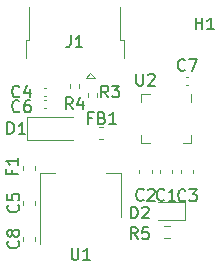
<source format=gbr>
%TF.GenerationSoftware,KiCad,Pcbnew,5.1.8*%
%TF.CreationDate,2020-11-23T13:22:29+09:00*%
%TF.ProjectId,rasp_usb,72617370-5f75-4736-922e-6b696361645f,rev?*%
%TF.SameCoordinates,Original*%
%TF.FileFunction,Legend,Top*%
%TF.FilePolarity,Positive*%
%FSLAX46Y46*%
G04 Gerber Fmt 4.6, Leading zero omitted, Abs format (unit mm)*
G04 Created by KiCad (PCBNEW 5.1.8) date 2020-11-23 13:22:29*
%MOMM*%
%LPD*%
G01*
G04 APERTURE LIST*
%ADD10C,0.120000*%
%ADD11C,0.150000*%
G04 APERTURE END LIST*
D10*
%TO.C,U1*%
X111160000Y-74340000D02*
X109900000Y-74340000D01*
X104340000Y-74340000D02*
X105600000Y-74340000D01*
X111160000Y-78100000D02*
X111160000Y-74340000D01*
X104340000Y-80350000D02*
X104340000Y-74340000D01*
%TO.C,C1*%
X114490000Y-74390580D02*
X114490000Y-74109420D01*
X115510000Y-74390580D02*
X115510000Y-74109420D01*
%TO.C,C2*%
X113760000Y-74390580D02*
X113760000Y-74109420D01*
X112740000Y-74390580D02*
X112740000Y-74109420D01*
%TO.C,C3*%
X116240000Y-74390580D02*
X116240000Y-74109420D01*
X117260000Y-74390580D02*
X117260000Y-74109420D01*
%TO.C,C4*%
X104857836Y-67140000D02*
X104642164Y-67140000D01*
X104857836Y-67860000D02*
X104642164Y-67860000D01*
%TO.C,C5*%
X103860000Y-76759420D02*
X103860000Y-77040580D01*
X102840000Y-76759420D02*
X102840000Y-77040580D01*
%TO.C,C6*%
X104857836Y-68860000D02*
X104642164Y-68860000D01*
X104857836Y-68140000D02*
X104642164Y-68140000D01*
%TO.C,C7*%
X116642164Y-66190000D02*
X116857836Y-66190000D01*
X116642164Y-66910000D02*
X116857836Y-66910000D01*
%TO.C,C8*%
X103860000Y-80090580D02*
X103860000Y-79809420D01*
X102840000Y-80090580D02*
X102840000Y-79809420D01*
%TO.C,D2*%
X114275000Y-78322500D02*
X116560000Y-78322500D01*
X116560000Y-78322500D02*
X116560000Y-76852500D01*
X116560000Y-76852500D02*
X114275000Y-76852500D01*
%TO.C,FB1*%
X109337221Y-70490000D02*
X109662779Y-70490000D01*
X109337221Y-71510000D02*
X109662779Y-71510000D01*
%TO.C,R3*%
X108370000Y-67596359D02*
X108370000Y-67903641D01*
X109130000Y-67596359D02*
X109130000Y-67903641D01*
%TO.C,R4*%
X107655000Y-66846359D02*
X107655000Y-67153641D01*
X106895000Y-66846359D02*
X106895000Y-67153641D01*
%TO.C,R5*%
X114837742Y-78852500D02*
X115312258Y-78852500D01*
X114837742Y-79897500D02*
X115312258Y-79897500D01*
%TO.C,U2*%
X117110000Y-71135000D02*
X117110000Y-71860000D01*
X117110000Y-71860000D02*
X116385000Y-71860000D01*
X112890000Y-68365000D02*
X112890000Y-67640000D01*
X112890000Y-67640000D02*
X113615000Y-67640000D01*
X112890000Y-71135000D02*
X112890000Y-71860000D01*
X112890000Y-71860000D02*
X113615000Y-71860000D01*
X117110000Y-68365000D02*
X117110000Y-67640000D01*
%TO.C,J1*%
X111425000Y-63065000D02*
X111425000Y-64615000D01*
X111425000Y-63065000D02*
X111125000Y-63065000D01*
X111125000Y-60265000D02*
X111125000Y-63065000D01*
X103125000Y-63065000D02*
X103125000Y-64615000D01*
X103425000Y-63065000D02*
X103125000Y-63065000D01*
X103425000Y-60265000D02*
X103425000Y-63065000D01*
X108175000Y-66315000D02*
X108575000Y-65865000D01*
X108975000Y-66315000D02*
X108175000Y-66315000D01*
X108575000Y-65865000D02*
X108975000Y-66315000D01*
%TO.C,F1*%
X102840000Y-73737221D02*
X102840000Y-74062779D01*
X103860000Y-73737221D02*
X103860000Y-74062779D01*
%TO.C,D1*%
X103250000Y-69600000D02*
X107150000Y-69600000D01*
X103250000Y-71600000D02*
X107150000Y-71600000D01*
X103250000Y-69600000D02*
X103250000Y-71600000D01*
%TO.C,U1*%
D11*
X106988095Y-80702380D02*
X106988095Y-81511904D01*
X107035714Y-81607142D01*
X107083333Y-81654761D01*
X107178571Y-81702380D01*
X107369047Y-81702380D01*
X107464285Y-81654761D01*
X107511904Y-81607142D01*
X107559523Y-81511904D01*
X107559523Y-80702380D01*
X108559523Y-81702380D02*
X107988095Y-81702380D01*
X108273809Y-81702380D02*
X108273809Y-80702380D01*
X108178571Y-80845238D01*
X108083333Y-80940476D01*
X107988095Y-80988095D01*
%TO.C,C1*%
X114833333Y-76607142D02*
X114785714Y-76654761D01*
X114642857Y-76702380D01*
X114547619Y-76702380D01*
X114404761Y-76654761D01*
X114309523Y-76559523D01*
X114261904Y-76464285D01*
X114214285Y-76273809D01*
X114214285Y-76130952D01*
X114261904Y-75940476D01*
X114309523Y-75845238D01*
X114404761Y-75750000D01*
X114547619Y-75702380D01*
X114642857Y-75702380D01*
X114785714Y-75750000D01*
X114833333Y-75797619D01*
X115785714Y-76702380D02*
X115214285Y-76702380D01*
X115500000Y-76702380D02*
X115500000Y-75702380D01*
X115404761Y-75845238D01*
X115309523Y-75940476D01*
X115214285Y-75988095D01*
%TO.C,C2*%
X113083333Y-76607142D02*
X113035714Y-76654761D01*
X112892857Y-76702380D01*
X112797619Y-76702380D01*
X112654761Y-76654761D01*
X112559523Y-76559523D01*
X112511904Y-76464285D01*
X112464285Y-76273809D01*
X112464285Y-76130952D01*
X112511904Y-75940476D01*
X112559523Y-75845238D01*
X112654761Y-75750000D01*
X112797619Y-75702380D01*
X112892857Y-75702380D01*
X113035714Y-75750000D01*
X113083333Y-75797619D01*
X113464285Y-75797619D02*
X113511904Y-75750000D01*
X113607142Y-75702380D01*
X113845238Y-75702380D01*
X113940476Y-75750000D01*
X113988095Y-75797619D01*
X114035714Y-75892857D01*
X114035714Y-75988095D01*
X113988095Y-76130952D01*
X113416666Y-76702380D01*
X114035714Y-76702380D01*
%TO.C,C3*%
X116633333Y-76657142D02*
X116585714Y-76704761D01*
X116442857Y-76752380D01*
X116347619Y-76752380D01*
X116204761Y-76704761D01*
X116109523Y-76609523D01*
X116061904Y-76514285D01*
X116014285Y-76323809D01*
X116014285Y-76180952D01*
X116061904Y-75990476D01*
X116109523Y-75895238D01*
X116204761Y-75800000D01*
X116347619Y-75752380D01*
X116442857Y-75752380D01*
X116585714Y-75800000D01*
X116633333Y-75847619D01*
X116966666Y-75752380D02*
X117585714Y-75752380D01*
X117252380Y-76133333D01*
X117395238Y-76133333D01*
X117490476Y-76180952D01*
X117538095Y-76228571D01*
X117585714Y-76323809D01*
X117585714Y-76561904D01*
X117538095Y-76657142D01*
X117490476Y-76704761D01*
X117395238Y-76752380D01*
X117109523Y-76752380D01*
X117014285Y-76704761D01*
X116966666Y-76657142D01*
%TO.C,C4*%
X102583333Y-67857142D02*
X102535714Y-67904761D01*
X102392857Y-67952380D01*
X102297619Y-67952380D01*
X102154761Y-67904761D01*
X102059523Y-67809523D01*
X102011904Y-67714285D01*
X101964285Y-67523809D01*
X101964285Y-67380952D01*
X102011904Y-67190476D01*
X102059523Y-67095238D01*
X102154761Y-67000000D01*
X102297619Y-66952380D01*
X102392857Y-66952380D01*
X102535714Y-67000000D01*
X102583333Y-67047619D01*
X103440476Y-67285714D02*
X103440476Y-67952380D01*
X103202380Y-66904761D02*
X102964285Y-67619047D01*
X103583333Y-67619047D01*
%TO.C,C5*%
X102457142Y-77066666D02*
X102504761Y-77114285D01*
X102552380Y-77257142D01*
X102552380Y-77352380D01*
X102504761Y-77495238D01*
X102409523Y-77590476D01*
X102314285Y-77638095D01*
X102123809Y-77685714D01*
X101980952Y-77685714D01*
X101790476Y-77638095D01*
X101695238Y-77590476D01*
X101600000Y-77495238D01*
X101552380Y-77352380D01*
X101552380Y-77257142D01*
X101600000Y-77114285D01*
X101647619Y-77066666D01*
X101552380Y-76161904D02*
X101552380Y-76638095D01*
X102028571Y-76685714D01*
X101980952Y-76638095D01*
X101933333Y-76542857D01*
X101933333Y-76304761D01*
X101980952Y-76209523D01*
X102028571Y-76161904D01*
X102123809Y-76114285D01*
X102361904Y-76114285D01*
X102457142Y-76161904D01*
X102504761Y-76209523D01*
X102552380Y-76304761D01*
X102552380Y-76542857D01*
X102504761Y-76638095D01*
X102457142Y-76685714D01*
%TO.C,C6*%
X102583333Y-69107142D02*
X102535714Y-69154761D01*
X102392857Y-69202380D01*
X102297619Y-69202380D01*
X102154761Y-69154761D01*
X102059523Y-69059523D01*
X102011904Y-68964285D01*
X101964285Y-68773809D01*
X101964285Y-68630952D01*
X102011904Y-68440476D01*
X102059523Y-68345238D01*
X102154761Y-68250000D01*
X102297619Y-68202380D01*
X102392857Y-68202380D01*
X102535714Y-68250000D01*
X102583333Y-68297619D01*
X103440476Y-68202380D02*
X103250000Y-68202380D01*
X103154761Y-68250000D01*
X103107142Y-68297619D01*
X103011904Y-68440476D01*
X102964285Y-68630952D01*
X102964285Y-69011904D01*
X103011904Y-69107142D01*
X103059523Y-69154761D01*
X103154761Y-69202380D01*
X103345238Y-69202380D01*
X103440476Y-69154761D01*
X103488095Y-69107142D01*
X103535714Y-69011904D01*
X103535714Y-68773809D01*
X103488095Y-68678571D01*
X103440476Y-68630952D01*
X103345238Y-68583333D01*
X103154761Y-68583333D01*
X103059523Y-68630952D01*
X103011904Y-68678571D01*
X102964285Y-68773809D01*
%TO.C,C7*%
X116583333Y-65607142D02*
X116535714Y-65654761D01*
X116392857Y-65702380D01*
X116297619Y-65702380D01*
X116154761Y-65654761D01*
X116059523Y-65559523D01*
X116011904Y-65464285D01*
X115964285Y-65273809D01*
X115964285Y-65130952D01*
X116011904Y-64940476D01*
X116059523Y-64845238D01*
X116154761Y-64750000D01*
X116297619Y-64702380D01*
X116392857Y-64702380D01*
X116535714Y-64750000D01*
X116583333Y-64797619D01*
X116916666Y-64702380D02*
X117583333Y-64702380D01*
X117154761Y-65702380D01*
%TO.C,C8*%
X102457142Y-80116666D02*
X102504761Y-80164285D01*
X102552380Y-80307142D01*
X102552380Y-80402380D01*
X102504761Y-80545238D01*
X102409523Y-80640476D01*
X102314285Y-80688095D01*
X102123809Y-80735714D01*
X101980952Y-80735714D01*
X101790476Y-80688095D01*
X101695238Y-80640476D01*
X101600000Y-80545238D01*
X101552380Y-80402380D01*
X101552380Y-80307142D01*
X101600000Y-80164285D01*
X101647619Y-80116666D01*
X101980952Y-79545238D02*
X101933333Y-79640476D01*
X101885714Y-79688095D01*
X101790476Y-79735714D01*
X101742857Y-79735714D01*
X101647619Y-79688095D01*
X101600000Y-79640476D01*
X101552380Y-79545238D01*
X101552380Y-79354761D01*
X101600000Y-79259523D01*
X101647619Y-79211904D01*
X101742857Y-79164285D01*
X101790476Y-79164285D01*
X101885714Y-79211904D01*
X101933333Y-79259523D01*
X101980952Y-79354761D01*
X101980952Y-79545238D01*
X102028571Y-79640476D01*
X102076190Y-79688095D01*
X102171428Y-79735714D01*
X102361904Y-79735714D01*
X102457142Y-79688095D01*
X102504761Y-79640476D01*
X102552380Y-79545238D01*
X102552380Y-79354761D01*
X102504761Y-79259523D01*
X102457142Y-79211904D01*
X102361904Y-79164285D01*
X102171428Y-79164285D01*
X102076190Y-79211904D01*
X102028571Y-79259523D01*
X101980952Y-79354761D01*
%TO.C,D2*%
X112011904Y-78202380D02*
X112011904Y-77202380D01*
X112250000Y-77202380D01*
X112392857Y-77250000D01*
X112488095Y-77345238D01*
X112535714Y-77440476D01*
X112583333Y-77630952D01*
X112583333Y-77773809D01*
X112535714Y-77964285D01*
X112488095Y-78059523D01*
X112392857Y-78154761D01*
X112250000Y-78202380D01*
X112011904Y-78202380D01*
X112964285Y-77297619D02*
X113011904Y-77250000D01*
X113107142Y-77202380D01*
X113345238Y-77202380D01*
X113440476Y-77250000D01*
X113488095Y-77297619D01*
X113535714Y-77392857D01*
X113535714Y-77488095D01*
X113488095Y-77630952D01*
X112916666Y-78202380D01*
X113535714Y-78202380D01*
%TO.C,FB1*%
X108716666Y-69678571D02*
X108383333Y-69678571D01*
X108383333Y-70202380D02*
X108383333Y-69202380D01*
X108859523Y-69202380D01*
X109573809Y-69678571D02*
X109716666Y-69726190D01*
X109764285Y-69773809D01*
X109811904Y-69869047D01*
X109811904Y-70011904D01*
X109764285Y-70107142D01*
X109716666Y-70154761D01*
X109621428Y-70202380D01*
X109240476Y-70202380D01*
X109240476Y-69202380D01*
X109573809Y-69202380D01*
X109669047Y-69250000D01*
X109716666Y-69297619D01*
X109764285Y-69392857D01*
X109764285Y-69488095D01*
X109716666Y-69583333D01*
X109669047Y-69630952D01*
X109573809Y-69678571D01*
X109240476Y-69678571D01*
X110764285Y-70202380D02*
X110192857Y-70202380D01*
X110478571Y-70202380D02*
X110478571Y-69202380D01*
X110383333Y-69345238D01*
X110288095Y-69440476D01*
X110192857Y-69488095D01*
%TO.C,R3*%
X110083333Y-67952380D02*
X109750000Y-67476190D01*
X109511904Y-67952380D02*
X109511904Y-66952380D01*
X109892857Y-66952380D01*
X109988095Y-67000000D01*
X110035714Y-67047619D01*
X110083333Y-67142857D01*
X110083333Y-67285714D01*
X110035714Y-67380952D01*
X109988095Y-67428571D01*
X109892857Y-67476190D01*
X109511904Y-67476190D01*
X110416666Y-66952380D02*
X111035714Y-66952380D01*
X110702380Y-67333333D01*
X110845238Y-67333333D01*
X110940476Y-67380952D01*
X110988095Y-67428571D01*
X111035714Y-67523809D01*
X111035714Y-67761904D01*
X110988095Y-67857142D01*
X110940476Y-67904761D01*
X110845238Y-67952380D01*
X110559523Y-67952380D01*
X110464285Y-67904761D01*
X110416666Y-67857142D01*
%TO.C,R4*%
X107083333Y-68952380D02*
X106750000Y-68476190D01*
X106511904Y-68952380D02*
X106511904Y-67952380D01*
X106892857Y-67952380D01*
X106988095Y-68000000D01*
X107035714Y-68047619D01*
X107083333Y-68142857D01*
X107083333Y-68285714D01*
X107035714Y-68380952D01*
X106988095Y-68428571D01*
X106892857Y-68476190D01*
X106511904Y-68476190D01*
X107940476Y-68285714D02*
X107940476Y-68952380D01*
X107702380Y-67904761D02*
X107464285Y-68619047D01*
X108083333Y-68619047D01*
%TO.C,R5*%
X112583333Y-79952380D02*
X112250000Y-79476190D01*
X112011904Y-79952380D02*
X112011904Y-78952380D01*
X112392857Y-78952380D01*
X112488095Y-79000000D01*
X112535714Y-79047619D01*
X112583333Y-79142857D01*
X112583333Y-79285714D01*
X112535714Y-79380952D01*
X112488095Y-79428571D01*
X112392857Y-79476190D01*
X112011904Y-79476190D01*
X113488095Y-78952380D02*
X113011904Y-78952380D01*
X112964285Y-79428571D01*
X113011904Y-79380952D01*
X113107142Y-79333333D01*
X113345238Y-79333333D01*
X113440476Y-79380952D01*
X113488095Y-79428571D01*
X113535714Y-79523809D01*
X113535714Y-79761904D01*
X113488095Y-79857142D01*
X113440476Y-79904761D01*
X113345238Y-79952380D01*
X113107142Y-79952380D01*
X113011904Y-79904761D01*
X112964285Y-79857142D01*
%TO.C,U2*%
X112488095Y-65952380D02*
X112488095Y-66761904D01*
X112535714Y-66857142D01*
X112583333Y-66904761D01*
X112678571Y-66952380D01*
X112869047Y-66952380D01*
X112964285Y-66904761D01*
X113011904Y-66857142D01*
X113059523Y-66761904D01*
X113059523Y-65952380D01*
X113488095Y-66047619D02*
X113535714Y-66000000D01*
X113630952Y-65952380D01*
X113869047Y-65952380D01*
X113964285Y-66000000D01*
X114011904Y-66047619D01*
X114059523Y-66142857D01*
X114059523Y-66238095D01*
X114011904Y-66380952D01*
X113440476Y-66952380D01*
X114059523Y-66952380D01*
%TO.C,H1*%
X117488095Y-62202380D02*
X117488095Y-61202380D01*
X117488095Y-61678571D02*
X118059523Y-61678571D01*
X118059523Y-62202380D02*
X118059523Y-61202380D01*
X119059523Y-62202380D02*
X118488095Y-62202380D01*
X118773809Y-62202380D02*
X118773809Y-61202380D01*
X118678571Y-61345238D01*
X118583333Y-61440476D01*
X118488095Y-61488095D01*
%TO.C,J1*%
X106916666Y-62702380D02*
X106916666Y-63416666D01*
X106869047Y-63559523D01*
X106773809Y-63654761D01*
X106630952Y-63702380D01*
X106535714Y-63702380D01*
X107916666Y-63702380D02*
X107345238Y-63702380D01*
X107630952Y-63702380D02*
X107630952Y-62702380D01*
X107535714Y-62845238D01*
X107440476Y-62940476D01*
X107345238Y-62988095D01*
%TO.C,F1*%
X101928571Y-74133333D02*
X101928571Y-74466666D01*
X102452380Y-74466666D02*
X101452380Y-74466666D01*
X101452380Y-73990476D01*
X102452380Y-73085714D02*
X102452380Y-73657142D01*
X102452380Y-73371428D02*
X101452380Y-73371428D01*
X101595238Y-73466666D01*
X101690476Y-73561904D01*
X101738095Y-73657142D01*
%TO.C,D1*%
X101561904Y-71052380D02*
X101561904Y-70052380D01*
X101800000Y-70052380D01*
X101942857Y-70100000D01*
X102038095Y-70195238D01*
X102085714Y-70290476D01*
X102133333Y-70480952D01*
X102133333Y-70623809D01*
X102085714Y-70814285D01*
X102038095Y-70909523D01*
X101942857Y-71004761D01*
X101800000Y-71052380D01*
X101561904Y-71052380D01*
X103085714Y-71052380D02*
X102514285Y-71052380D01*
X102800000Y-71052380D02*
X102800000Y-70052380D01*
X102704761Y-70195238D01*
X102609523Y-70290476D01*
X102514285Y-70338095D01*
%TD*%
M02*

</source>
